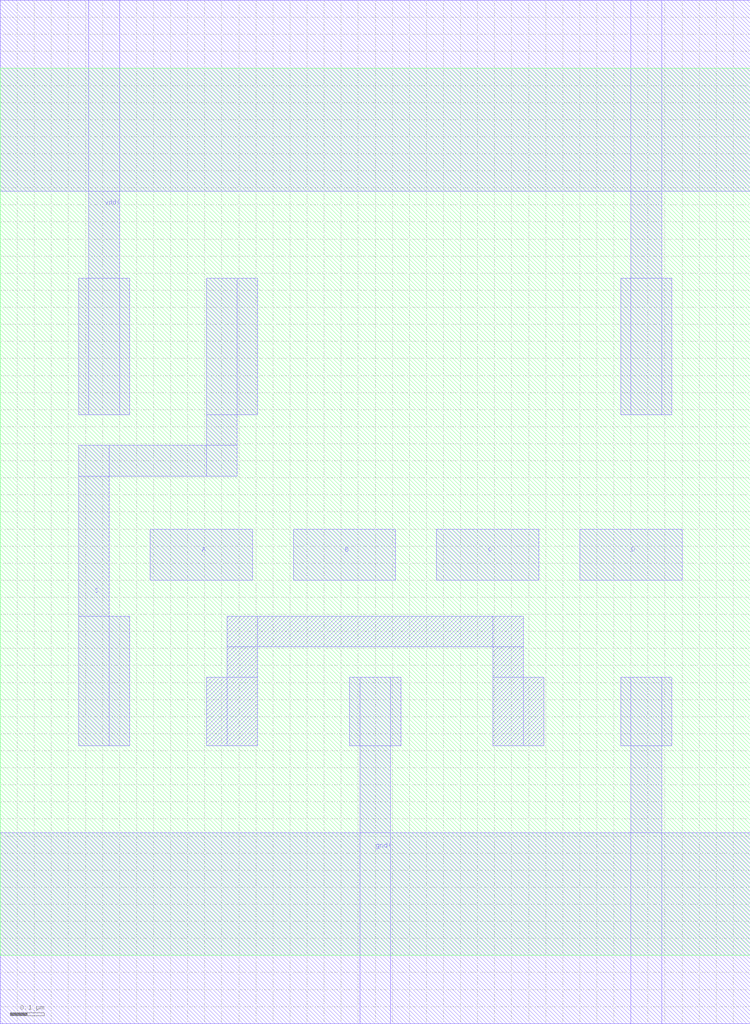
<source format=lef>

#******
# Preview export LEF
#
#	 Preview sub-version 5.10.41_USR5.90.69
#
# REF LIBS: lab3 
# TECH LIB NAME: cmos065
# TECH FILE NAME: techfile.cds
#******

VERSION 5.5 ;

NAMESCASESENSITIVE ON ;

DIVIDERCHAR "/" ;
BUSBITCHARS "[]" ;

UNITS
    DATABASE MICRONS 1000  ;
END UNITS

 MANUFACTURINGGRID    0.005000 ;
LAYER PO
    TYPE MASTERSLICE ;
END PO

LAYER CO
    TYPE CUT ;
    SPACING 0.110 ;
    SPACING 0.140 ADJACENTCUTS 3 WITHIN 0.150 ;
END CO

LAYER M1
    TYPE ROUTING ;
    WIDTH 0.100 ;
    MINWIDTH 0.090 ;
    SPACING 0.090 ;
    OFFSET 0.000 ;
    PITCH 0.200 ;
    MINENCLOSEDAREA 0.200 ;
    DIRECTION VERTICAL ;
    ANTENNAMODEL OXIDE1 ;
    ANTENNAAREARATIO 500.000 ;
    ANTENNASIDEAREARATIO PWL  (  )  ;
    ANTENNADIFFAREARATIO PWL  (  (  0.000 500.000 )  (  0.159 500.000 )  (  0.160 1000000.000 )  (  1.000 1000001.000 )  )  ;
    ANTENNADIFFSIDEAREARATIO PWL  (  )  ;
    ANTENNACUMAREARATIO 5000.000 ;
    ANTENNACUMDIFFAREARATIO PWL  (  (  0.000 5000.000 )  (  0.159 5000.000 )  (  0.160 43072.960 )  (  1.000 43456.000 )  )  ;
    ANTENNACUMSIDEAREARATIO PWL  (  )  ;
    ANTENNACUMDIFFSIDEAREARATIO PWL  (  )  ;
    ANTENNAAREAFACTOR  ;
    ANTENNASIDEAREAFACTOR  ;
END M1

LAYER VIA1
    TYPE CUT ;
    SPACING 0.100 ;
    SPACING 0.130 ADJACENTCUTS 3 WITHIN 0.140 ;
    ANTENNAMODEL OXIDE1 ;
    ANTENNAAREARATIO 20.000 ;
    ANTENNASIDEAREARATIO PWL  (  )  ;
    ANTENNADIFFAREARATIO PWL  (  (  0.000 20.000 )  (  0.159 20.000 )  (  0.160 933.600 )  (  1.000 1110.000 )  )  ;
    ANTENNADIFFSIDEAREARATIO PWL  (  )  ;
    ANTENNACUMAREARATIO PWL  (  )  ;
    ANTENNACUMDIFFAREARATIO PWL  (  )  ;
    ANTENNACUMSIDEAREARATIO PWL  (  )  ;
    ANTENNACUMDIFFSIDEAREARATIO PWL  (  )  ;
    ANTENNAAREAFACTOR  ;
    ANTENNASIDEAREAFACTOR  ;
END VIA1

LAYER M2
    TYPE ROUTING ;
    WIDTH 0.100 ;
    SPACING 0.100 ;
    OFFSET 0.000 ;
    PITCH 0.200 ;
    MINENCLOSEDAREA 0.200 ;
    DIRECTION HORIZONTAL ;
    ANTENNAMODEL OXIDE1 ;
    ANTENNAAREARATIO 500.000 ;
    ANTENNASIDEAREARATIO PWL  (  )  ;
    ANTENNADIFFAREARATIO PWL  (  (  0.000 500.000 )  (  0.159 500.000 )  (  0.160 1000000.000 )  (  1.000 1000001.000 )  )  ;
    ANTENNADIFFSIDEAREARATIO PWL  (  )  ;
    ANTENNACUMAREARATIO 5000.000 ;
    ANTENNACUMDIFFAREARATIO PWL  (  (  0.000 5000.000 )  (  0.159 5000.000 )  (  0.160 43072.960 )  (  1.000 43456.000 )  )  ;
    ANTENNACUMSIDEAREARATIO PWL  (  )  ;
    ANTENNACUMDIFFSIDEAREARATIO PWL  (  )  ;
    ANTENNAAREAFACTOR  ;
    ANTENNASIDEAREAFACTOR  ;
END M2

LAYER VIA2
    TYPE CUT ;
    SPACING 0.100 ;
    SPACING 0.130 ADJACENTCUTS 3 WITHIN 0.140 ;
    ANTENNAMODEL OXIDE1 ;
    ANTENNAAREARATIO 20.000 ;
    ANTENNASIDEAREARATIO PWL  (  )  ;
    ANTENNADIFFAREARATIO PWL  (  (  0.000 20.000 )  (  0.159 20.000 )  (  0.160 933.600 )  (  1.000 1110.000 )  )  ;
    ANTENNADIFFSIDEAREARATIO PWL  (  )  ;
    ANTENNACUMAREARATIO PWL  (  )  ;
    ANTENNACUMDIFFAREARATIO PWL  (  )  ;
    ANTENNACUMSIDEAREARATIO PWL  (  )  ;
    ANTENNACUMDIFFSIDEAREARATIO PWL  (  )  ;
    ANTENNAAREAFACTOR  ;
    ANTENNASIDEAREAFACTOR  ;
END VIA2

LAYER M3
    TYPE ROUTING ;
    WIDTH 0.100 ;
    SPACING 0.100 ;
    OFFSET 0.000 ;
    PITCH 0.200 ;
    MINENCLOSEDAREA 0.200 ;
    DIRECTION VERTICAL ;
    ANTENNAMODEL OXIDE1 ;
    ANTENNAAREARATIO 500.000 ;
    ANTENNASIDEAREARATIO PWL  (  )  ;
    ANTENNADIFFAREARATIO PWL  (  (  0.000 500.000 )  (  0.159 500.000 )  (  0.160 1000000.000 )  (  1.000 1000001.000 )  )  ;
    ANTENNADIFFSIDEAREARATIO PWL  (  )  ;
    ANTENNACUMAREARATIO 5000.000 ;
    ANTENNACUMDIFFAREARATIO PWL  (  (  0.000 5000.000 )  (  0.159 5000.000 )  (  0.160 43072.960 )  (  1.000 43456.000 )  )  ;
    ANTENNACUMSIDEAREARATIO PWL  (  )  ;
    ANTENNACUMDIFFSIDEAREARATIO PWL  (  )  ;
    ANTENNAAREAFACTOR  ;
    ANTENNASIDEAREAFACTOR  ;
END M3

LAYER VIA3
    TYPE CUT ;
    SPACING 0.100 ;
    SPACING 0.130 ADJACENTCUTS 3 WITHIN 0.140 ;
    ANTENNAMODEL OXIDE1 ;
    ANTENNAAREARATIO 20.000 ;
    ANTENNASIDEAREARATIO PWL  (  )  ;
    ANTENNADIFFAREARATIO PWL  (  (  0.000 20.000 )  (  0.159 20.000 )  (  0.160 933.600 )  (  1.000 1110.000 )  )  ;
    ANTENNADIFFSIDEAREARATIO PWL  (  )  ;
    ANTENNACUMAREARATIO PWL  (  )  ;
    ANTENNACUMDIFFAREARATIO PWL  (  )  ;
    ANTENNACUMSIDEAREARATIO PWL  (  )  ;
    ANTENNACUMDIFFSIDEAREARATIO PWL  (  )  ;
    ANTENNAAREAFACTOR  ;
    ANTENNASIDEAREAFACTOR  ;
END VIA3

LAYER M4
    TYPE ROUTING ;
    WIDTH 0.100 ;
    SPACING 0.100 ;
    OFFSET 0.000 ;
    PITCH 0.200 ;
    MINENCLOSEDAREA 0.200 ;
    DIRECTION HORIZONTAL ;
    ANTENNAMODEL OXIDE1 ;
    ANTENNAAREARATIO 500.000 ;
    ANTENNASIDEAREARATIO PWL  (  )  ;
    ANTENNADIFFAREARATIO PWL  (  (  0.000 500.000 )  (  0.159 500.000 )  (  0.160 1000000.000 )  (  1.000 1000001.000 )  )  ;
    ANTENNADIFFSIDEAREARATIO PWL  (  )  ;
    ANTENNACUMAREARATIO 5000.000 ;
    ANTENNACUMDIFFAREARATIO PWL  (  (  0.000 5000.000 )  (  0.159 5000.000 )  (  0.160 43072.960 )  (  1.000 43456.000 )  )  ;
    ANTENNACUMSIDEAREARATIO PWL  (  )  ;
    ANTENNACUMDIFFSIDEAREARATIO PWL  (  )  ;
    ANTENNAAREAFACTOR  ;
    ANTENNASIDEAREAFACTOR  ;
END M4

LAYER VIA4
    TYPE CUT ;
    SPACING 0.100 ;
    SPACING 0.130 ADJACENTCUTS 3 WITHIN 0.140 ;
    ANTENNAMODEL OXIDE1 ;
    ANTENNAAREARATIO 20.000 ;
    ANTENNASIDEAREARATIO PWL  (  )  ;
    ANTENNADIFFAREARATIO PWL  (  (  0.000 20.000 )  (  0.159 20.000 )  (  0.160 933.600 )  (  1.000 1110.000 )  )  ;
    ANTENNADIFFSIDEAREARATIO PWL  (  )  ;
    ANTENNACUMAREARATIO PWL  (  )  ;
    ANTENNACUMDIFFAREARATIO PWL  (  )  ;
    ANTENNACUMSIDEAREARATIO PWL  (  )  ;
    ANTENNACUMDIFFSIDEAREARATIO PWL  (  )  ;
    ANTENNAAREAFACTOR  ;
    ANTENNASIDEAREAFACTOR  ;
END VIA4

LAYER M5
    TYPE ROUTING ;
    WIDTH 0.100 ;
    SPACING 0.100 ;
    OFFSET 0.000 ;
    PITCH 0.200 ;
    MINENCLOSEDAREA 0.200 ;
    DIRECTION VERTICAL ;
    ANTENNAMODEL OXIDE1 ;
    ANTENNAAREARATIO 500.000 ;
    ANTENNASIDEAREARATIO PWL  (  )  ;
    ANTENNADIFFAREARATIO PWL  (  (  0.000 500.000 )  (  0.159 500.000 )  (  0.160 1000000.000 )  (  1.000 1000001.000 )  )  ;
    ANTENNADIFFSIDEAREARATIO PWL  (  )  ;
    ANTENNACUMAREARATIO 5000.000 ;
    ANTENNACUMDIFFAREARATIO PWL  (  (  0.000 5000.000 )  (  0.159 5000.000 )  (  0.160 43072.960 )  (  1.000 43456.000 )  )  ;
    ANTENNACUMSIDEAREARATIO PWL  (  )  ;
    ANTENNACUMDIFFSIDEAREARATIO PWL  (  )  ;
    ANTENNAAREAFACTOR  ;
    ANTENNASIDEAREAFACTOR  ;
END M5

LAYER VIA5
    TYPE CUT ;
    SPACING 0.540 ;
    SPACING 0.540 ADJACENTCUTS 3 WITHIN 0.560 ;
    ANTENNAMODEL OXIDE1 ;
    ANTENNAAREARATIO 20.000 ;
    ANTENNASIDEAREARATIO PWL  (  )  ;
    ANTENNADIFFAREARATIO PWL  (  (  0.000 20.000 )  (  0.159 20.000 )  (  0.160 933.600 )  (  1.000 1110.000 )  )  ;
    ANTENNADIFFSIDEAREARATIO PWL  (  )  ;
    ANTENNACUMAREARATIO PWL  (  )  ;
    ANTENNACUMDIFFAREARATIO PWL  (  )  ;
    ANTENNACUMSIDEAREARATIO PWL  (  )  ;
    ANTENNACUMDIFFSIDEAREARATIO PWL  (  )  ;
    ANTENNAAREAFACTOR  ;
    ANTENNASIDEAREAFACTOR  ;
END VIA5

LAYER M6
    TYPE ROUTING ;
    WIDTH 0.400 ;
    SPACING 0.400 ;
    OFFSET 0.000 ;
    PITCH 0.800 ;
    MINENCLOSEDAREA 0.565 ;
    DIRECTION HORIZONTAL ;
    ANTENNAMODEL OXIDE1 ;
    ANTENNAAREARATIO 500.000 ;
    ANTENNASIDEAREARATIO PWL  (  )  ;
    ANTENNADIFFAREARATIO PWL  (  (  0.000 500.000 )  (  0.159 500.000 )  (  0.160 1000000.000 )  (  1.000 1000001.000 )  )  ;
    ANTENNADIFFSIDEAREARATIO PWL  (  )  ;
    ANTENNACUMAREARATIO 5000.000 ;
    ANTENNACUMDIFFAREARATIO PWL  (  (  0.000 5000.000 )  (  0.159 5000.000 )  (  0.160 43072.960 )  (  1.000 43456.000 )  )  ;
    ANTENNACUMSIDEAREARATIO PWL  (  )  ;
    ANTENNACUMDIFFSIDEAREARATIO PWL  (  )  ;
    ANTENNAAREAFACTOR  ;
    ANTENNASIDEAREAFACTOR  ;
END M6

LAYER VIA6
    TYPE CUT ;
    SPACING 0.540 ;
    SPACING 0.540 ADJACENTCUTS 3 WITHIN 0.560 ;
    ANTENNAMODEL OXIDE1 ;
    ANTENNAAREARATIO 20.000 ;
    ANTENNASIDEAREARATIO PWL  (  )  ;
    ANTENNADIFFAREARATIO PWL  (  (  0.000 20.000 )  (  0.159 20.000 )  (  0.160 933.600 )  (  1.000 1110.000 )  )  ;
    ANTENNADIFFSIDEAREARATIO PWL  (  )  ;
    ANTENNACUMAREARATIO PWL  (  )  ;
    ANTENNACUMDIFFAREARATIO PWL  (  )  ;
    ANTENNACUMSIDEAREARATIO PWL  (  )  ;
    ANTENNACUMDIFFSIDEAREARATIO PWL  (  )  ;
    ANTENNAAREAFACTOR  ;
    ANTENNASIDEAREAFACTOR  ;
END VIA6

LAYER M7
    TYPE ROUTING ;
    WIDTH 0.400 ;
    SPACING 0.400 ;
    OFFSET 0.000 ;
    PITCH 0.800 ;
    MINENCLOSEDAREA 0.565 ;
    DIRECTION VERTICAL ;
    ANTENNAMODEL OXIDE1 ;
    ANTENNAAREARATIO 500.000 ;
    ANTENNASIDEAREARATIO PWL  (  )  ;
    ANTENNADIFFAREARATIO PWL  (  (  0.000 500.000 )  (  0.159 500.000 )  (  0.160 1000000.000 )  (  1.000 1000001.000 )  )  ;
    ANTENNADIFFSIDEAREARATIO PWL  (  )  ;
    ANTENNACUMAREARATIO 5000.000 ;
    ANTENNACUMDIFFAREARATIO PWL  (  (  0.000 5000.000 )  (  0.159 5000.000 )  (  0.160 43072.960 )  (  1.000 43456.000 )  )  ;
    ANTENNACUMSIDEAREARATIO PWL  (  )  ;
    ANTENNACUMDIFFSIDEAREARATIO PWL  (  )  ;
    ANTENNAAREAFACTOR  ;
    ANTENNASIDEAREAFACTOR  ;
END M7

LAYER CB
    TYPE CUT ;
    SPACING 2.000 ;
    ANTENNAMODEL OXIDE1 ;
    ANTENNAAREARATIO 20.000 ;
    ANTENNASIDEAREARATIO PWL  (  )  ;
    ANTENNADIFFAREARATIO PWL  (  (  0.000 20.000 )  (  0.159 20.000 )  (  0.160 933.600 )  (  1.000 1110.000 )  )  ;
    ANTENNADIFFSIDEAREARATIO PWL  (  )  ;
    ANTENNACUMAREARATIO PWL  (  )  ;
    ANTENNACUMDIFFAREARATIO PWL  (  )  ;
    ANTENNACUMSIDEAREARATIO PWL  (  )  ;
    ANTENNACUMDIFFSIDEAREARATIO PWL  (  )  ;
    ANTENNAAREAFACTOR  ;
    ANTENNASIDEAREAFACTOR  ;
END CB

LAYER AP
    TYPE ROUTING ;
    WIDTH 3.000 ;
    SPACING 2.000 ;
    OFFSET 0.000 ;
    PITCH 5.000 ;
    DIRECTION HORIZONTAL ;
    ANTENNAMODEL OXIDE1 ;
    ANTENNAAREARATIO 500.000 ;
    ANTENNASIDEAREARATIO PWL  (  )  ;
    ANTENNADIFFAREARATIO PWL  (  (  0.000 500.000 )  (  0.159 500.000 )  (  0.160 1000000.000 )  (  1.000 1000001.000 )  )  ;
    ANTENNADIFFSIDEAREARATIO PWL  (  )  ;
    ANTENNACUMAREARATIO 5000.000 ;
    ANTENNACUMDIFFAREARATIO PWL  (  (  0.000 5000.000 )  (  0.159 5000.000 )  (  0.160 43072.960 )  (  1.000 43456.000 )  )  ;
    ANTENNACUMSIDEAREARATIO PWL  (  )  ;
    ANTENNACUMDIFFSIDEAREARATIO PWL  (  )  ;
    ANTENNAAREAFACTOR  ;
    ANTENNASIDEAREAFACTOR  ;
END AP

LAYER overlap
    TYPE OVERLAP ;
END overlap

VIA PTAP_
    LAYER M1 ;
        RECT -0.045 -0.085 0.045 0.085 ;
    LAYER CO ;
        RECT -0.045 -0.045 0.045 0.045 ;
    LAYER PP ;
        RECT -0.095 -0.095 0.095 0.095 ;
END PTAP_

VIA NTAP_
    LAYER M1 ;
        RECT -0.045 -0.085 0.045 0.085 ;
    LAYER CO ;
        RECT -0.045 -0.045 0.045 0.045 ;
    LAYER NP ;
        RECT -0.095 -0.095 0.095 0.095 ;
END NTAP_

VIA M1__POD
    LAYER M1 ;
        RECT -0.045 -0.085 0.045 0.085 ;
    LAYER CO ;
        RECT -0.045 -0.045 0.045 0.045 ;
    LAYER OD ;
        RECT -0.075 -0.075 0.075 0.075 ;
END M1__POD

VIA M1__NOD
    LAYER M1 ;
        RECT -0.045 -0.085 0.045 0.085 ;
    LAYER CO ;
        RECT -0.045 -0.045 0.045 0.045 ;
    LAYER OD ;
        RECT -0.075 -0.075 0.075 0.075 ;
END M1__NOD

VIA M1__NW
    LAYER M1 ;
        RECT -0.045 -0.085 0.045 0.085 ;
    LAYER CO ;
        RECT -0.045 -0.045 0.045 0.045 ;
    LAYER NW ;
        RECT -0.235 -0.235 0.235 0.235 ;
END M1__NW

VIA M1__OD
    LAYER M1 ;
        RECT -0.045 -0.085 0.045 0.085 ;
    LAYER CO ;
        RECT -0.045 -0.045 0.045 0.045 ;
    LAYER OD ;
        RECT -0.075 -0.075 0.075 0.075 ;
END M1__OD

VIA M2X_PO
    LAYER M2 ;
        RECT -0.050 -0.090 0.050 0.090 ;
    LAYER VIA1 ;
        RECT -0.050 -0.050 0.050 0.050 ;
    LAYER PO ;
        RECT -0.055 -0.085 0.055 0.085 ;
END M2X_PO

VIA M3X_PO
    LAYER M3 ;
        RECT -0.050 -0.090 0.050 0.090 ;
    LAYER VIA2 ;
        RECT -0.050 -0.050 0.050 0.050 ;
    LAYER PO ;
        RECT -0.055 -0.085 0.055 0.085 ;
END M3X_PO

VIA M3X_M1
    LAYER M3 ;
        RECT -0.050 -0.090 0.050 0.090 ;
    LAYER VIA2 ;
        RECT -0.050 -0.050 0.050 0.050 ;
    LAYER M1 ;
        RECT -0.050 -0.090 0.050 0.090 ;
END M3X_M1

VIA M4X_PO
    LAYER M4 ;
        RECT -0.050 -0.090 0.050 0.090 ;
    LAYER VIA3 ;
        RECT -0.050 -0.050 0.050 0.050 ;
    LAYER PO ;
        RECT -0.055 -0.085 0.055 0.085 ;
END M4X_PO

VIA M4X_M1
    LAYER M4 ;
        RECT -0.050 -0.090 0.050 0.090 ;
    LAYER VIA3 ;
        RECT -0.050 -0.050 0.050 0.050 ;
    LAYER M1 ;
        RECT -0.050 -0.090 0.050 0.090 ;
END M4X_M1

VIA M4X_M2X
    LAYER M4 ;
        RECT -0.050 -0.090 0.050 0.090 ;
    LAYER VIA3 ;
        RECT -0.050 -0.050 0.050 0.050 ;
    LAYER M2 ;
        RECT -0.050 -0.090 0.050 0.090 ;
END M4X_M2X

VIA M5X_PO
    LAYER M5 ;
        RECT -0.050 -0.090 0.050 0.090 ;
    LAYER VIA4 ;
        RECT -0.050 -0.050 0.050 0.050 ;
    LAYER PO ;
        RECT -0.055 -0.085 0.055 0.085 ;
END M5X_PO

VIA M5X_M1
    LAYER M5 ;
        RECT -0.050 -0.090 0.050 0.090 ;
    LAYER VIA4 ;
        RECT -0.050 -0.050 0.050 0.050 ;
    LAYER M1 ;
        RECT -0.050 -0.090 0.050 0.090 ;
END M5X_M1

VIA M5X_M2X
    LAYER M5 ;
        RECT -0.050 -0.090 0.050 0.090 ;
    LAYER VIA4 ;
        RECT -0.050 -0.050 0.050 0.050 ;
    LAYER M2 ;
        RECT -0.050 -0.090 0.050 0.090 ;
END M5X_M2X

VIA M5X_M3X
    LAYER M5 ;
        RECT -0.050 -0.090 0.050 0.090 ;
    LAYER VIA4 ;
        RECT -0.050 -0.050 0.050 0.050 ;
    LAYER M3 ;
        RECT -0.050 -0.090 0.050 0.090 ;
END M5X_M3X

VIA M6Z_PO
    LAYER PO ;
        RECT -0.055 -0.085 0.055 0.085 ;
END M6Z_PO

VIA M6Z_M1
    LAYER M1 ;
        RECT -0.150 -0.190 0.150 0.190 ;
END M6Z_M1

VIA M6Z_M2X
    LAYER M2 ;
        RECT -0.150 -0.190 0.150 0.190 ;
END M6Z_M2X

VIA M6Z_M3X
    LAYER M3 ;
        RECT -0.150 -0.190 0.150 0.190 ;
END M6Z_M3X

VIA M6Z_M4X
    LAYER M4 ;
        RECT -0.150 -0.190 0.150 0.190 ;
END M6Z_M4X

VIA M7Z_PO
    LAYER PO ;
        RECT -0.055 -0.085 0.055 0.085 ;
END M7Z_PO

VIA M7Z_M1
    LAYER M1 ;
        RECT -0.150 -0.190 0.150 0.190 ;
END M7Z_M1

VIA M7Z_M2X
    LAYER M2 ;
        RECT -0.150 -0.190 0.150 0.190 ;
END M7Z_M2X

VIA M7Z_M3X
    LAYER M3 ;
        RECT -0.150 -0.190 0.150 0.190 ;
END M7Z_M3X

VIA M7Z_M4X
    LAYER M4 ;
        RECT -0.150 -0.190 0.150 0.190 ;
END M7Z_M4X

VIA M7Z_M5X
    LAYER M5 ;
        RECT -0.200 -0.260 0.200 0.260 ;
END M7Z_M5X

VIA M1__PO
    LAYER PO ;
        RECT -0.055 -0.085 0.055 0.085 ;
    LAYER CO ;
        RECT -0.045 -0.045 0.045 0.045 ;
    LAYER M1 ;
        RECT -0.085 -0.045 0.085 0.045 ;
END M1__PO

VIA M2X_M1 DEFAULT
    LAYER M1 ;
        RECT -0.050 -0.090 0.050 0.090 ;
    LAYER VIA1 ;
        RECT -0.050 -0.050 0.050 0.050 ;
    LAYER M2 ;
        RECT -0.050 -0.090 0.050 0.090 ;
END M2X_M1

VIA M2X_M1_H DEFAULT
    LAYER M1 ;
        RECT -0.050 -0.090 0.050 0.090 ;
    LAYER VIA1 ;
        RECT -0.050 -0.050 0.050 0.050 ;
    LAYER M2 ;
        RECT -0.090 -0.050 0.090 0.050 ;
END M2X_M1_H

VIA M2X_M1_V
    LAYER M1 ;
        RECT -0.090 -0.050 0.090 0.050 ;
    LAYER VIA1 ;
        RECT -0.050 -0.050 0.050 0.050 ;
    LAYER M2 ;
        RECT -0.050 -0.090 0.050 0.090 ;
END M2X_M1_V

VIA M3X_M2X DEFAULT
    LAYER M2 ;
        RECT -0.050 -0.090 0.050 0.090 ;
    LAYER VIA2 ;
        RECT -0.050 -0.050 0.050 0.050 ;
    LAYER M3 ;
        RECT -0.050 -0.090 0.050 0.090 ;
END M3X_M2X

VIA M3X_M2X_H DEFAULT
    LAYER M2 ;
        RECT -0.050 -0.090 0.050 0.090 ;
    LAYER VIA2 ;
        RECT -0.050 -0.050 0.050 0.050 ;
    LAYER M3 ;
        RECT -0.090 -0.050 0.090 0.050 ;
END M3X_M2X_H

VIA M3X_M2X_V
    LAYER M2 ;
        RECT -0.090 -0.050 0.090 0.050 ;
    LAYER VIA2 ;
        RECT -0.050 -0.050 0.050 0.050 ;
    LAYER M3 ;
        RECT -0.050 -0.090 0.050 0.090 ;
END M3X_M2X_V

VIA M4X_M3X DEFAULT
    LAYER M3 ;
        RECT -0.050 -0.090 0.050 0.090 ;
    LAYER VIA3 ;
        RECT -0.050 -0.050 0.050 0.050 ;
    LAYER M4 ;
        RECT -0.050 -0.090 0.050 0.090 ;
END M4X_M3X

VIA M4X_M3X_H DEFAULT
    LAYER M3 ;
        RECT -0.050 -0.090 0.050 0.090 ;
    LAYER VIA3 ;
        RECT -0.050 -0.050 0.050 0.050 ;
    LAYER M4 ;
        RECT -0.090 -0.050 0.090 0.050 ;
END M4X_M3X_H

VIA M4X_M3X_V
    LAYER M3 ;
        RECT -0.090 -0.050 0.090 0.050 ;
    LAYER VIA3 ;
        RECT -0.050 -0.050 0.050 0.050 ;
    LAYER M4 ;
        RECT -0.050 -0.090 0.050 0.090 ;
END M4X_M3X_V

VIA M5X_M4X DEFAULT
    LAYER M4 ;
        RECT -0.050 -0.090 0.050 0.090 ;
    LAYER VIA4 ;
        RECT -0.050 -0.050 0.050 0.050 ;
    LAYER M5 ;
        RECT -0.050 -0.090 0.050 0.090 ;
END M5X_M4X

VIA M5X_M4X_H DEFAULT
    LAYER M4 ;
        RECT -0.050 -0.090 0.050 0.090 ;
    LAYER VIA4 ;
        RECT -0.050 -0.050 0.050 0.050 ;
    LAYER M5 ;
        RECT -0.090 -0.050 0.090 0.050 ;
END M5X_M4X_H

VIA M5X_M4X_V
    LAYER M4 ;
        RECT -0.090 -0.050 0.090 0.050 ;
    LAYER VIA4 ;
        RECT -0.050 -0.050 0.050 0.050 ;
    LAYER M5 ;
        RECT -0.050 -0.090 0.050 0.090 ;
END M5X_M4X_V

VIA M6Z__M5X DEFAULT
    LAYER M5 ;
        RECT -0.200 -0.260 0.200 0.260 ;
END M6Z__M5X

VIA M6Z__M5X_H DEFAULT
    LAYER M5 ;
        RECT -0.200 -0.260 0.200 0.260 ;
END M6Z__M5X_H

VIA M6Z_M5X_V
    LAYER M5 ;
        RECT -0.260 -0.200 0.260 0.200 ;
END M6Z_M5X_V

VIA M7Z__M6Z DEFAULT
END M7Z__M6Z

VIA M7Z__M6Z_H DEFAULT
END M7Z__M6Z_H

VIA M7Z_M6Z_V
END M7Z_M6Z_V

VIA AP__M7Z DEFAULT
    LAYER CB ;
        RECT -1.500 -1.500 1.500 1.500 ;
    LAYER AP ;
        RECT -2.200 -2.200 2.200 2.200 ;
END AP__M7Z

VIA M6Z__BOTMIM
    LAYER BOTMIM ;
        RECT -0.780 -0.780 0.780 0.780 ;
END M6Z__BOTMIM

VIA M6Z__MKTOPMIM
    LAYER MKTOPMIM ;
        RECT -0.780 -0.780 0.780 0.780 ;
END M6Z__MKTOPMIM

SITE CoreSite
    SYMMETRY Y  ;
    CLASS CORE  ;
    SIZE 0.200 BY 2.600 ;
END CoreSite

MACRO Complex_f2
    CLASS CORE ;
    FOREIGN Complex_f2 0 -2.8 ;
    ORIGIN 0.000 2.800 ;
    SIZE 2.200 BY 2.600 ;
    SYMMETRY X Y ;
    SITE CoreSite ;
    PIN S
        DIRECTION OUTPUT ;
        PORT
        LAYER M1 ;
        RECT  0.605 -1.215 0.755 -0.815 ;
        RECT  0.605 -1.395 0.695 -0.815 ;
        RECT  0.230 -1.395 0.695 -1.305 ;
        RECT  0.230 -2.185 0.380 -1.805 ;
        RECT  0.230 -2.185 0.320 -1.305 ;
        END
    END S
    PIN D
        DIRECTION INPUT ;
        PORT
        LAYER M1 ;
        RECT  1.700 -1.700 2.000 -1.550 ;
        END
    END D
    PIN C
        DIRECTION INPUT ;
        PORT
        LAYER M1 ;
        RECT  1.280 -1.700 1.580 -1.550 ;
        END
    END C
    PIN B
        DIRECTION INPUT ;
        PORT
        LAYER M1 ;
        RECT  0.860 -1.700 1.160 -1.550 ;
        END
    END B
    PIN A
        DIRECTION INPUT ;
        PORT
        LAYER M1 ;
        RECT  0.440 -1.700 0.740 -1.550 ;
        END
    END A
    PIN vdd!
        DIRECTION INOUT ;
        USE POWER ;
        SHAPE ABUTMENT ;
        PORT
        LAYER M1 ;
        RECT  0.000 -0.560 2.200 0.000 ;
        RECT  1.820 -1.215 1.970 -0.815 ;
        RECT  1.850 -1.215 1.940 0.000 ;
        RECT  0.230 -1.215 0.380 -0.815 ;
        RECT  0.260 -1.215 0.350 0.000 ;
        END
    END vdd!
    PIN gnd!
        DIRECTION INOUT ;
        USE GROUND ;
        SHAPE ABUTMENT ;
        PORT
        LAYER M1 ;
        RECT  0.000 -3.000 2.200 -2.440 ;
        RECT  1.820 -2.185 1.970 -1.985 ;
        RECT  1.850 -3.000 1.940 -1.985 ;
        RECT  1.025 -2.185 1.175 -1.985 ;
        RECT  1.055 -3.000 1.145 -1.985 ;
        END
    END gnd!
    OBS
        LAYER M1 ;
        RECT  0.605 -2.185 0.755 -1.985 ;
        RECT  1.445 -2.185 1.595 -1.985 ;
        RECT  0.665 -2.185 0.755 -1.805 ;
        RECT  1.445 -2.185 1.535 -1.805 ;
        RECT  0.665 -1.895 1.535 -1.805 ;
    END
END Complex_f2

END LIBRARY

</source>
